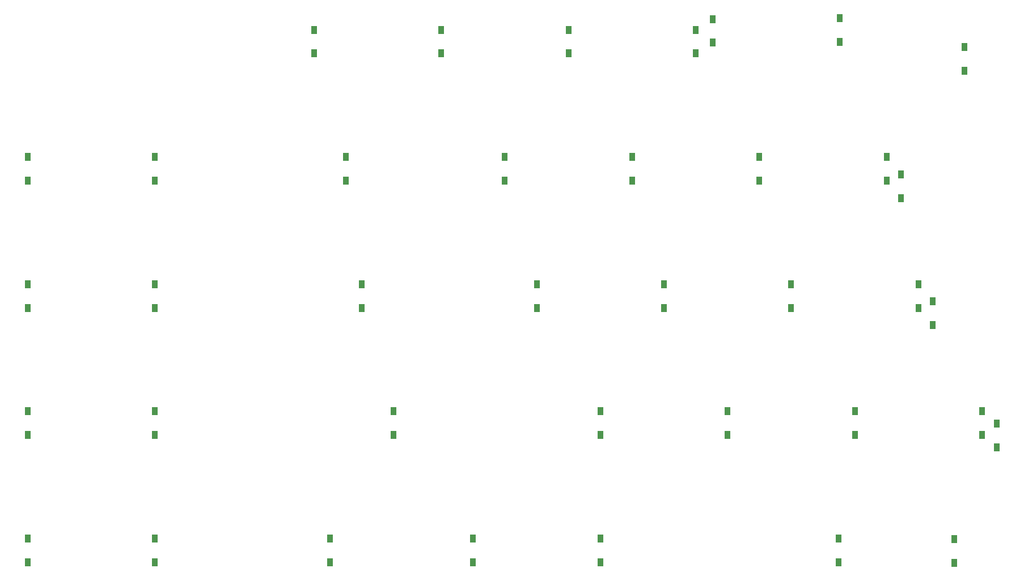
<source format=gbr>
%TF.GenerationSoftware,KiCad,Pcbnew,8.0.8*%
%TF.CreationDate,2025-04-15T16:35:59+09:00*%
%TF.ProjectId,sswkbd_left,7373776b-6264-45f6-9c65-66742e6b6963,rev?*%
%TF.SameCoordinates,Original*%
%TF.FileFunction,Paste,Top*%
%TF.FilePolarity,Positive*%
%FSLAX46Y46*%
G04 Gerber Fmt 4.6, Leading zero omitted, Abs format (unit mm)*
G04 Created by KiCad (PCBNEW 8.0.8) date 2025-04-15 16:35:59*
%MOMM*%
%LPD*%
G01*
G04 APERTURE LIST*
%ADD10R,0.950000X1.300000*%
G04 APERTURE END LIST*
D10*
%TO.C,D67*%
X86461999Y-153979950D03*
X86461999Y-150429950D03*
%TD*%
%TO.C,D50*%
X60336999Y-134979950D03*
X60336999Y-131429950D03*
%TD*%
%TO.C,D38*%
X155361999Y-115954950D03*
X155361999Y-112404950D03*
%TD*%
%TO.C,D52*%
X126861999Y-134979950D03*
X126861999Y-131429950D03*
%TD*%
%TO.C,D39*%
X174361999Y-115954950D03*
X174361999Y-112404950D03*
%TD*%
%TO.C,D4*%
X141111999Y-77929950D03*
X141111999Y-74379950D03*
%TD*%
%TO.C,D1*%
X84111999Y-77929950D03*
X84111999Y-74379950D03*
%TD*%
%TO.C,D51*%
X95961999Y-134979950D03*
X95961999Y-131429950D03*
%TD*%
%TO.C,D3*%
X122111999Y-77929950D03*
X122111999Y-74379950D03*
%TD*%
%TO.C,D23*%
X171795000Y-99555000D03*
X171795000Y-96005000D03*
%TD*%
%TO.C,D33*%
X41336999Y-115954950D03*
X41336999Y-112404950D03*
%TD*%
%TO.C,D65*%
X41336999Y-153979950D03*
X41336999Y-150429950D03*
%TD*%
%TO.C,D70*%
X162461999Y-153979950D03*
X162461999Y-150429950D03*
%TD*%
%TO.C,D6*%
X162600000Y-76175000D03*
X162600000Y-72625000D03*
%TD*%
%TO.C,D36*%
X117361999Y-115954950D03*
X117361999Y-112404950D03*
%TD*%
%TO.C,D69*%
X126861999Y-153979950D03*
X126861999Y-150429950D03*
%TD*%
%TO.C,D20*%
X131611999Y-96929950D03*
X131611999Y-93379950D03*
%TD*%
%TO.C,D22*%
X169611999Y-96929950D03*
X169611999Y-93379950D03*
%TD*%
%TO.C,D16*%
X41336999Y-96929950D03*
X41336999Y-93379950D03*
%TD*%
%TO.C,D49*%
X41336999Y-134979950D03*
X41336999Y-131429950D03*
%TD*%
%TO.C,D53*%
X145861999Y-134979950D03*
X145861999Y-131429950D03*
%TD*%
%TO.C,D7*%
X181255000Y-80530000D03*
X181255000Y-76980000D03*
%TD*%
%TO.C,D37*%
X136361999Y-115954950D03*
X136361999Y-112404950D03*
%TD*%
%TO.C,D56*%
X186040000Y-136795000D03*
X186040000Y-133245000D03*
%TD*%
%TO.C,D5*%
X143637000Y-76321000D03*
X143637000Y-72771000D03*
%TD*%
%TO.C,D35*%
X91211999Y-115954950D03*
X91211999Y-112404950D03*
%TD*%
%TO.C,D21*%
X150611999Y-96929950D03*
X150611999Y-93379950D03*
%TD*%
%TO.C,D18*%
X88836999Y-96929950D03*
X88836999Y-93379950D03*
%TD*%
%TO.C,D55*%
X183861999Y-134979950D03*
X183861999Y-131429950D03*
%TD*%
%TO.C,D54*%
X164861999Y-134979950D03*
X164861999Y-131429950D03*
%TD*%
%TO.C,D2*%
X103111999Y-77929950D03*
X103111999Y-74379950D03*
%TD*%
%TO.C,D34*%
X60336999Y-115954950D03*
X60336999Y-112404950D03*
%TD*%
%TO.C,D71*%
X179695000Y-154080000D03*
X179695000Y-150530000D03*
%TD*%
%TO.C,D68*%
X107861999Y-153979950D03*
X107861999Y-150429950D03*
%TD*%
%TO.C,D19*%
X112611999Y-96929950D03*
X112611999Y-93379950D03*
%TD*%
%TO.C,D17*%
X60336999Y-96929950D03*
X60336999Y-93379950D03*
%TD*%
%TO.C,D40*%
X176525000Y-118525000D03*
X176525000Y-114975000D03*
%TD*%
%TO.C,D66*%
X60336999Y-153979950D03*
X60336999Y-150429950D03*
%TD*%
M02*

</source>
